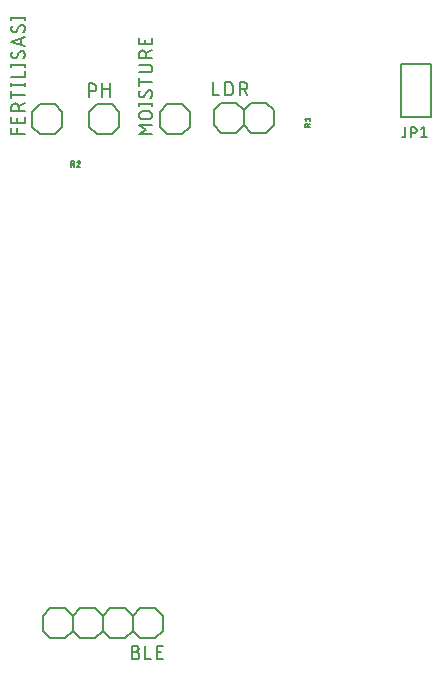
<source format=gbr>
G04 EAGLE Gerber X2 export*
%TF.Part,Single*%
%TF.FileFunction,Legend,Top,1*%
%TF.FilePolarity,Positive*%
%TF.GenerationSoftware,Autodesk,EAGLE,8.7.1*%
%TF.CreationDate,2018-05-26T03:40:12Z*%
G75*
%MOMM*%
%FSLAX34Y34*%
%LPD*%
%AMOC8*
5,1,8,0,0,1.08239X$1,22.5*%
G01*
%ADD10C,0.152400*%
%ADD11C,0.127000*%
%ADD12C,0.203200*%


D10*
X129540Y69850D02*
X116840Y69850D01*
X110490Y76200D01*
X110490Y88900D01*
X116840Y95250D01*
X135890Y88900D02*
X135890Y76200D01*
X129540Y69850D01*
X135890Y88900D02*
X129540Y95250D01*
X116840Y95250D01*
X110490Y76200D02*
X104140Y69850D01*
X91440Y69850D01*
X85090Y76200D01*
X85090Y88900D01*
X91440Y95250D01*
X104140Y95250D01*
X110490Y88900D01*
X78740Y69850D02*
X66040Y69850D01*
X78740Y69850D02*
X85090Y76200D01*
X66040Y95250D02*
X59690Y88900D01*
X59690Y76200D02*
X66040Y69850D01*
X59690Y76200D02*
X59690Y88900D01*
X78740Y95250D02*
X85090Y88900D01*
X78740Y95250D02*
X66040Y95250D01*
X40640Y95250D02*
X34290Y88900D01*
X53340Y95250D02*
X59690Y88900D01*
X53340Y95250D02*
X40640Y95250D01*
X34290Y88900D02*
X34290Y76200D01*
X40640Y69850D01*
X53340Y69850D01*
X59690Y76200D01*
D11*
X109766Y58547D02*
X112941Y58547D01*
X113052Y58545D01*
X113162Y58539D01*
X113273Y58530D01*
X113383Y58516D01*
X113492Y58499D01*
X113601Y58478D01*
X113709Y58453D01*
X113816Y58424D01*
X113922Y58392D01*
X114027Y58356D01*
X114130Y58316D01*
X114232Y58273D01*
X114333Y58226D01*
X114432Y58175D01*
X114529Y58122D01*
X114623Y58065D01*
X114716Y58004D01*
X114807Y57941D01*
X114896Y57874D01*
X114982Y57804D01*
X115065Y57731D01*
X115147Y57656D01*
X115225Y57578D01*
X115300Y57496D01*
X115373Y57413D01*
X115443Y57327D01*
X115510Y57238D01*
X115573Y57147D01*
X115634Y57054D01*
X115691Y56959D01*
X115744Y56863D01*
X115795Y56764D01*
X115842Y56663D01*
X115885Y56561D01*
X115925Y56458D01*
X115961Y56353D01*
X115993Y56247D01*
X116022Y56140D01*
X116047Y56032D01*
X116068Y55923D01*
X116085Y55814D01*
X116099Y55704D01*
X116108Y55593D01*
X116114Y55483D01*
X116116Y55372D01*
X116114Y55261D01*
X116108Y55151D01*
X116099Y55040D01*
X116085Y54930D01*
X116068Y54821D01*
X116047Y54712D01*
X116022Y54604D01*
X115993Y54497D01*
X115961Y54391D01*
X115925Y54286D01*
X115885Y54183D01*
X115842Y54081D01*
X115795Y53980D01*
X115744Y53881D01*
X115691Y53784D01*
X115634Y53690D01*
X115573Y53597D01*
X115510Y53506D01*
X115443Y53417D01*
X115373Y53331D01*
X115300Y53248D01*
X115225Y53166D01*
X115147Y53088D01*
X115065Y53013D01*
X114982Y52940D01*
X114896Y52870D01*
X114807Y52803D01*
X114716Y52740D01*
X114623Y52679D01*
X114528Y52622D01*
X114432Y52569D01*
X114333Y52518D01*
X114232Y52471D01*
X114130Y52428D01*
X114027Y52388D01*
X113922Y52352D01*
X113816Y52320D01*
X113709Y52291D01*
X113601Y52266D01*
X113492Y52245D01*
X113383Y52228D01*
X113273Y52214D01*
X113162Y52205D01*
X113052Y52199D01*
X112941Y52197D01*
X109766Y52197D01*
X109766Y63627D01*
X112941Y63627D01*
X113041Y63625D01*
X113140Y63619D01*
X113240Y63609D01*
X113338Y63596D01*
X113437Y63578D01*
X113534Y63557D01*
X113630Y63532D01*
X113726Y63503D01*
X113820Y63470D01*
X113913Y63434D01*
X114004Y63394D01*
X114094Y63350D01*
X114182Y63303D01*
X114268Y63253D01*
X114352Y63199D01*
X114434Y63142D01*
X114513Y63082D01*
X114591Y63018D01*
X114665Y62952D01*
X114737Y62883D01*
X114806Y62811D01*
X114872Y62737D01*
X114936Y62659D01*
X114996Y62580D01*
X115053Y62498D01*
X115107Y62414D01*
X115157Y62328D01*
X115204Y62240D01*
X115248Y62150D01*
X115288Y62059D01*
X115324Y61966D01*
X115357Y61872D01*
X115386Y61776D01*
X115411Y61680D01*
X115432Y61583D01*
X115450Y61484D01*
X115463Y61386D01*
X115473Y61286D01*
X115479Y61187D01*
X115481Y61087D01*
X115479Y60987D01*
X115473Y60888D01*
X115463Y60788D01*
X115450Y60690D01*
X115432Y60591D01*
X115411Y60494D01*
X115386Y60398D01*
X115357Y60302D01*
X115324Y60208D01*
X115288Y60115D01*
X115248Y60024D01*
X115204Y59934D01*
X115157Y59846D01*
X115107Y59760D01*
X115053Y59676D01*
X114996Y59594D01*
X114936Y59515D01*
X114872Y59437D01*
X114806Y59363D01*
X114737Y59291D01*
X114665Y59222D01*
X114591Y59156D01*
X114513Y59092D01*
X114434Y59032D01*
X114352Y58975D01*
X114268Y58921D01*
X114182Y58871D01*
X114094Y58824D01*
X114004Y58780D01*
X113913Y58740D01*
X113820Y58704D01*
X113726Y58671D01*
X113630Y58642D01*
X113534Y58617D01*
X113437Y58596D01*
X113338Y58578D01*
X113240Y58565D01*
X113140Y58555D01*
X113041Y58549D01*
X112941Y58547D01*
X121031Y63627D02*
X121031Y52197D01*
X126111Y52197D01*
X130937Y52197D02*
X136017Y52197D01*
X130937Y52197D02*
X130937Y63627D01*
X136017Y63627D01*
X134747Y58547D02*
X130937Y58547D01*
D10*
X25400Y502920D02*
X25400Y515620D01*
X31750Y521970D01*
X44450Y521970D01*
X50800Y515620D01*
X44450Y496570D02*
X31750Y496570D01*
X25400Y502920D01*
X44450Y496570D02*
X50800Y502920D01*
X50800Y515620D01*
D11*
X19177Y496443D02*
X7747Y496443D01*
X7747Y501523D01*
X12827Y501523D02*
X12827Y496443D01*
X19177Y506349D02*
X19177Y511429D01*
X19177Y506349D02*
X7747Y506349D01*
X7747Y511429D01*
X12827Y510159D02*
X12827Y506349D01*
X7747Y516312D02*
X19177Y516312D01*
X7747Y516312D02*
X7747Y519487D01*
X7749Y519598D01*
X7755Y519708D01*
X7764Y519819D01*
X7778Y519929D01*
X7795Y520038D01*
X7816Y520147D01*
X7841Y520255D01*
X7870Y520362D01*
X7902Y520468D01*
X7938Y520573D01*
X7978Y520676D01*
X8021Y520778D01*
X8068Y520879D01*
X8119Y520978D01*
X8172Y521075D01*
X8229Y521169D01*
X8290Y521262D01*
X8353Y521353D01*
X8420Y521442D01*
X8490Y521528D01*
X8563Y521611D01*
X8638Y521693D01*
X8716Y521771D01*
X8798Y521846D01*
X8881Y521919D01*
X8967Y521989D01*
X9056Y522056D01*
X9147Y522119D01*
X9240Y522180D01*
X9334Y522237D01*
X9431Y522290D01*
X9530Y522341D01*
X9631Y522388D01*
X9733Y522431D01*
X9836Y522471D01*
X9941Y522507D01*
X10047Y522539D01*
X10154Y522568D01*
X10262Y522593D01*
X10371Y522614D01*
X10480Y522631D01*
X10590Y522645D01*
X10701Y522654D01*
X10811Y522660D01*
X10922Y522662D01*
X11033Y522660D01*
X11143Y522654D01*
X11254Y522645D01*
X11364Y522631D01*
X11473Y522614D01*
X11582Y522593D01*
X11690Y522568D01*
X11797Y522539D01*
X11903Y522507D01*
X12008Y522471D01*
X12111Y522431D01*
X12213Y522388D01*
X12314Y522341D01*
X12413Y522290D01*
X12509Y522237D01*
X12604Y522180D01*
X12697Y522119D01*
X12788Y522056D01*
X12877Y521989D01*
X12963Y521919D01*
X13046Y521846D01*
X13128Y521771D01*
X13206Y521693D01*
X13281Y521611D01*
X13354Y521528D01*
X13424Y521442D01*
X13491Y521353D01*
X13554Y521262D01*
X13615Y521169D01*
X13672Y521075D01*
X13725Y520978D01*
X13776Y520879D01*
X13823Y520778D01*
X13866Y520676D01*
X13906Y520573D01*
X13942Y520468D01*
X13974Y520362D01*
X14003Y520255D01*
X14028Y520147D01*
X14049Y520038D01*
X14066Y519929D01*
X14080Y519819D01*
X14089Y519708D01*
X14095Y519598D01*
X14097Y519487D01*
X14097Y516312D01*
X14097Y520122D02*
X19177Y522662D01*
X19177Y530073D02*
X7747Y530073D01*
X7747Y526898D02*
X7747Y533248D01*
X7747Y538455D02*
X19177Y538455D01*
X19177Y537185D02*
X19177Y539725D01*
X7747Y539725D02*
X7747Y537185D01*
X7747Y544830D02*
X19177Y544830D01*
X19177Y549910D01*
X19177Y555219D02*
X7747Y555219D01*
X19177Y553949D02*
X19177Y556489D01*
X7747Y556489D02*
X7747Y553949D01*
X19177Y564617D02*
X19175Y564717D01*
X19169Y564816D01*
X19159Y564916D01*
X19146Y565014D01*
X19128Y565113D01*
X19107Y565210D01*
X19082Y565306D01*
X19053Y565402D01*
X19020Y565496D01*
X18984Y565589D01*
X18944Y565680D01*
X18900Y565770D01*
X18853Y565858D01*
X18803Y565944D01*
X18749Y566028D01*
X18692Y566110D01*
X18632Y566189D01*
X18568Y566267D01*
X18502Y566341D01*
X18433Y566413D01*
X18361Y566482D01*
X18287Y566548D01*
X18209Y566612D01*
X18130Y566672D01*
X18048Y566729D01*
X17964Y566783D01*
X17878Y566833D01*
X17790Y566880D01*
X17700Y566924D01*
X17609Y566964D01*
X17516Y567000D01*
X17422Y567033D01*
X17326Y567062D01*
X17230Y567087D01*
X17133Y567108D01*
X17034Y567126D01*
X16936Y567139D01*
X16836Y567149D01*
X16737Y567155D01*
X16637Y567157D01*
X19177Y564617D02*
X19175Y564476D01*
X19170Y564335D01*
X19160Y564194D01*
X19147Y564053D01*
X19131Y563913D01*
X19110Y563773D01*
X19086Y563634D01*
X19058Y563495D01*
X19027Y563358D01*
X18992Y563221D01*
X18954Y563085D01*
X18912Y562950D01*
X18866Y562817D01*
X18817Y562684D01*
X18764Y562553D01*
X18708Y562424D01*
X18649Y562295D01*
X18586Y562169D01*
X18520Y562044D01*
X18451Y561921D01*
X18378Y561800D01*
X18302Y561681D01*
X18223Y561563D01*
X18142Y561448D01*
X18057Y561336D01*
X17969Y561225D01*
X17878Y561117D01*
X17785Y561011D01*
X17688Y560908D01*
X17589Y560807D01*
X10287Y561124D02*
X10187Y561126D01*
X10088Y561132D01*
X9988Y561142D01*
X9890Y561155D01*
X9791Y561173D01*
X9694Y561194D01*
X9598Y561219D01*
X9502Y561248D01*
X9408Y561281D01*
X9315Y561317D01*
X9224Y561357D01*
X9134Y561401D01*
X9046Y561448D01*
X8960Y561498D01*
X8876Y561552D01*
X8794Y561609D01*
X8715Y561669D01*
X8637Y561733D01*
X8563Y561799D01*
X8491Y561868D01*
X8422Y561940D01*
X8356Y562014D01*
X8292Y562092D01*
X8232Y562171D01*
X8175Y562253D01*
X8121Y562337D01*
X8071Y562423D01*
X8024Y562511D01*
X7980Y562601D01*
X7940Y562692D01*
X7904Y562785D01*
X7871Y562879D01*
X7842Y562975D01*
X7817Y563071D01*
X7796Y563168D01*
X7778Y563267D01*
X7765Y563365D01*
X7755Y563465D01*
X7749Y563564D01*
X7747Y563664D01*
X7749Y563797D01*
X7754Y563930D01*
X7764Y564063D01*
X7777Y564196D01*
X7794Y564328D01*
X7814Y564460D01*
X7838Y564591D01*
X7866Y564721D01*
X7897Y564851D01*
X7932Y564979D01*
X7971Y565107D01*
X8013Y565233D01*
X8059Y565358D01*
X8108Y565482D01*
X8160Y565605D01*
X8216Y565726D01*
X8276Y565845D01*
X8338Y565963D01*
X8404Y566078D01*
X8473Y566192D01*
X8546Y566304D01*
X8621Y566414D01*
X8700Y566522D01*
X12510Y562394D02*
X12458Y562310D01*
X12403Y562227D01*
X12344Y562147D01*
X12283Y562069D01*
X12219Y561994D01*
X12151Y561921D01*
X12081Y561850D01*
X12009Y561783D01*
X11934Y561718D01*
X11856Y561656D01*
X11776Y561597D01*
X11694Y561541D01*
X11610Y561489D01*
X11524Y561440D01*
X11436Y561394D01*
X11346Y561351D01*
X11255Y561312D01*
X11162Y561277D01*
X11068Y561245D01*
X10973Y561217D01*
X10877Y561192D01*
X10780Y561172D01*
X10682Y561154D01*
X10584Y561141D01*
X10485Y561132D01*
X10386Y561126D01*
X10287Y561124D01*
X14414Y565887D02*
X14466Y565971D01*
X14521Y566054D01*
X14580Y566134D01*
X14641Y566212D01*
X14705Y566287D01*
X14773Y566360D01*
X14843Y566431D01*
X14915Y566498D01*
X14990Y566563D01*
X15068Y566625D01*
X15148Y566684D01*
X15230Y566740D01*
X15314Y566792D01*
X15400Y566841D01*
X15488Y566887D01*
X15578Y566930D01*
X15669Y566969D01*
X15762Y567004D01*
X15856Y567036D01*
X15951Y567064D01*
X16047Y567089D01*
X16144Y567109D01*
X16242Y567127D01*
X16340Y567140D01*
X16439Y567149D01*
X16538Y567155D01*
X16637Y567157D01*
X14415Y565887D02*
X12510Y562394D01*
X19177Y571221D02*
X7747Y575031D01*
X19177Y578841D01*
X16320Y577888D02*
X16320Y572173D01*
X19177Y586715D02*
X19175Y586815D01*
X19169Y586914D01*
X19159Y587014D01*
X19146Y587112D01*
X19128Y587211D01*
X19107Y587308D01*
X19082Y587404D01*
X19053Y587500D01*
X19020Y587594D01*
X18984Y587687D01*
X18944Y587778D01*
X18900Y587868D01*
X18853Y587956D01*
X18803Y588042D01*
X18749Y588126D01*
X18692Y588208D01*
X18632Y588287D01*
X18568Y588365D01*
X18502Y588439D01*
X18433Y588511D01*
X18361Y588580D01*
X18287Y588646D01*
X18209Y588710D01*
X18130Y588770D01*
X18048Y588827D01*
X17964Y588881D01*
X17878Y588931D01*
X17790Y588978D01*
X17700Y589022D01*
X17609Y589062D01*
X17516Y589098D01*
X17422Y589131D01*
X17326Y589160D01*
X17230Y589185D01*
X17133Y589206D01*
X17034Y589224D01*
X16936Y589237D01*
X16836Y589247D01*
X16737Y589253D01*
X16637Y589255D01*
X19177Y586715D02*
X19175Y586574D01*
X19170Y586433D01*
X19160Y586292D01*
X19147Y586151D01*
X19131Y586011D01*
X19110Y585871D01*
X19086Y585732D01*
X19058Y585593D01*
X19027Y585456D01*
X18992Y585319D01*
X18954Y585183D01*
X18912Y585048D01*
X18866Y584915D01*
X18817Y584782D01*
X18764Y584651D01*
X18708Y584522D01*
X18649Y584393D01*
X18586Y584267D01*
X18520Y584142D01*
X18451Y584019D01*
X18378Y583898D01*
X18302Y583779D01*
X18223Y583661D01*
X18142Y583546D01*
X18057Y583434D01*
X17969Y583323D01*
X17878Y583215D01*
X17785Y583109D01*
X17688Y583006D01*
X17589Y582905D01*
X10287Y583222D02*
X10187Y583224D01*
X10088Y583230D01*
X9988Y583240D01*
X9890Y583253D01*
X9791Y583271D01*
X9694Y583292D01*
X9598Y583317D01*
X9502Y583346D01*
X9408Y583379D01*
X9315Y583415D01*
X9224Y583455D01*
X9134Y583499D01*
X9046Y583546D01*
X8960Y583596D01*
X8876Y583650D01*
X8794Y583707D01*
X8715Y583767D01*
X8637Y583831D01*
X8563Y583897D01*
X8491Y583966D01*
X8422Y584038D01*
X8356Y584112D01*
X8292Y584190D01*
X8232Y584269D01*
X8175Y584351D01*
X8121Y584435D01*
X8071Y584521D01*
X8024Y584609D01*
X7980Y584699D01*
X7940Y584790D01*
X7904Y584883D01*
X7871Y584977D01*
X7842Y585073D01*
X7817Y585169D01*
X7796Y585266D01*
X7778Y585365D01*
X7765Y585463D01*
X7755Y585563D01*
X7749Y585662D01*
X7747Y585762D01*
X7749Y585895D01*
X7754Y586028D01*
X7764Y586161D01*
X7777Y586294D01*
X7794Y586426D01*
X7814Y586558D01*
X7838Y586689D01*
X7866Y586819D01*
X7897Y586949D01*
X7932Y587077D01*
X7971Y587205D01*
X8013Y587331D01*
X8059Y587456D01*
X8108Y587580D01*
X8160Y587703D01*
X8216Y587824D01*
X8276Y587943D01*
X8338Y588061D01*
X8404Y588176D01*
X8473Y588290D01*
X8546Y588402D01*
X8621Y588512D01*
X8700Y588620D01*
X12510Y584492D02*
X12458Y584408D01*
X12403Y584325D01*
X12344Y584245D01*
X12283Y584167D01*
X12219Y584092D01*
X12151Y584019D01*
X12081Y583948D01*
X12009Y583881D01*
X11934Y583816D01*
X11856Y583754D01*
X11776Y583695D01*
X11694Y583639D01*
X11610Y583587D01*
X11524Y583538D01*
X11436Y583492D01*
X11346Y583449D01*
X11255Y583410D01*
X11162Y583375D01*
X11068Y583343D01*
X10973Y583315D01*
X10877Y583290D01*
X10780Y583270D01*
X10682Y583252D01*
X10584Y583239D01*
X10485Y583230D01*
X10386Y583224D01*
X10287Y583222D01*
X14414Y587985D02*
X14466Y588069D01*
X14521Y588152D01*
X14580Y588232D01*
X14641Y588310D01*
X14705Y588385D01*
X14773Y588458D01*
X14843Y588529D01*
X14915Y588596D01*
X14990Y588661D01*
X15068Y588723D01*
X15148Y588782D01*
X15230Y588838D01*
X15314Y588890D01*
X15400Y588939D01*
X15488Y588985D01*
X15578Y589028D01*
X15669Y589067D01*
X15762Y589102D01*
X15856Y589134D01*
X15951Y589162D01*
X16047Y589187D01*
X16144Y589207D01*
X16242Y589225D01*
X16340Y589238D01*
X16439Y589247D01*
X16538Y589253D01*
X16637Y589255D01*
X14415Y587985D02*
X12510Y584492D01*
X7747Y594843D02*
X19177Y594843D01*
X19177Y593573D02*
X19177Y596113D01*
X7747Y596113D02*
X7747Y593573D01*
D10*
X185420Y523240D02*
X198120Y523240D01*
X204470Y516890D01*
X204470Y504190D01*
X198120Y497840D01*
X179070Y504190D02*
X179070Y516890D01*
X185420Y523240D01*
X179070Y504190D02*
X185420Y497840D01*
X198120Y497840D01*
X204470Y516890D02*
X210820Y523240D01*
X223520Y523240D01*
X229870Y516890D01*
X229870Y504190D01*
X223520Y497840D01*
X210820Y497840D01*
X204470Y504190D01*
D11*
X178943Y529463D02*
X178943Y540893D01*
X178943Y529463D02*
X184023Y529463D01*
X188824Y529463D02*
X188824Y540893D01*
X191999Y540893D01*
X192110Y540891D01*
X192220Y540885D01*
X192331Y540876D01*
X192441Y540862D01*
X192550Y540845D01*
X192659Y540824D01*
X192767Y540799D01*
X192874Y540770D01*
X192980Y540738D01*
X193085Y540702D01*
X193188Y540662D01*
X193290Y540619D01*
X193391Y540572D01*
X193490Y540521D01*
X193587Y540468D01*
X193681Y540411D01*
X193774Y540350D01*
X193865Y540287D01*
X193954Y540220D01*
X194040Y540150D01*
X194123Y540077D01*
X194205Y540002D01*
X194283Y539924D01*
X194358Y539842D01*
X194431Y539759D01*
X194501Y539673D01*
X194568Y539584D01*
X194631Y539493D01*
X194692Y539400D01*
X194749Y539306D01*
X194802Y539209D01*
X194853Y539110D01*
X194900Y539009D01*
X194943Y538907D01*
X194983Y538804D01*
X195019Y538699D01*
X195051Y538593D01*
X195080Y538486D01*
X195105Y538378D01*
X195126Y538269D01*
X195143Y538160D01*
X195157Y538050D01*
X195166Y537939D01*
X195172Y537829D01*
X195174Y537718D01*
X195174Y532638D01*
X195172Y532527D01*
X195166Y532417D01*
X195157Y532306D01*
X195143Y532196D01*
X195126Y532087D01*
X195105Y531978D01*
X195080Y531870D01*
X195051Y531763D01*
X195019Y531657D01*
X194983Y531552D01*
X194943Y531449D01*
X194900Y531347D01*
X194853Y531246D01*
X194802Y531147D01*
X194749Y531051D01*
X194692Y530956D01*
X194631Y530863D01*
X194568Y530772D01*
X194501Y530683D01*
X194431Y530597D01*
X194358Y530514D01*
X194283Y530432D01*
X194205Y530354D01*
X194123Y530279D01*
X194040Y530206D01*
X193954Y530136D01*
X193865Y530069D01*
X193774Y530006D01*
X193681Y529945D01*
X193586Y529888D01*
X193490Y529835D01*
X193391Y529784D01*
X193290Y529737D01*
X193188Y529694D01*
X193085Y529654D01*
X192980Y529618D01*
X192874Y529586D01*
X192767Y529557D01*
X192659Y529532D01*
X192550Y529511D01*
X192441Y529494D01*
X192331Y529480D01*
X192220Y529471D01*
X192110Y529465D01*
X191999Y529463D01*
X188824Y529463D01*
X201098Y529463D02*
X201098Y540893D01*
X204273Y540893D01*
X204384Y540891D01*
X204494Y540885D01*
X204605Y540876D01*
X204715Y540862D01*
X204824Y540845D01*
X204933Y540824D01*
X205041Y540799D01*
X205148Y540770D01*
X205254Y540738D01*
X205359Y540702D01*
X205462Y540662D01*
X205564Y540619D01*
X205665Y540572D01*
X205764Y540521D01*
X205861Y540468D01*
X205955Y540411D01*
X206048Y540350D01*
X206139Y540287D01*
X206228Y540220D01*
X206314Y540150D01*
X206397Y540077D01*
X206479Y540002D01*
X206557Y539924D01*
X206632Y539842D01*
X206705Y539759D01*
X206775Y539673D01*
X206842Y539584D01*
X206905Y539493D01*
X206966Y539400D01*
X207023Y539305D01*
X207076Y539209D01*
X207127Y539110D01*
X207174Y539009D01*
X207217Y538907D01*
X207257Y538804D01*
X207293Y538699D01*
X207325Y538593D01*
X207354Y538486D01*
X207379Y538378D01*
X207400Y538269D01*
X207417Y538160D01*
X207431Y538050D01*
X207440Y537939D01*
X207446Y537829D01*
X207448Y537718D01*
X207446Y537607D01*
X207440Y537497D01*
X207431Y537386D01*
X207417Y537276D01*
X207400Y537167D01*
X207379Y537058D01*
X207354Y536950D01*
X207325Y536843D01*
X207293Y536737D01*
X207257Y536632D01*
X207217Y536529D01*
X207174Y536427D01*
X207127Y536326D01*
X207076Y536227D01*
X207023Y536131D01*
X206966Y536036D01*
X206905Y535943D01*
X206842Y535852D01*
X206775Y535763D01*
X206705Y535677D01*
X206632Y535594D01*
X206557Y535512D01*
X206479Y535434D01*
X206397Y535359D01*
X206314Y535286D01*
X206228Y535216D01*
X206139Y535149D01*
X206048Y535086D01*
X205955Y535025D01*
X205860Y534968D01*
X205764Y534915D01*
X205665Y534864D01*
X205564Y534817D01*
X205462Y534774D01*
X205359Y534734D01*
X205254Y534698D01*
X205148Y534666D01*
X205041Y534637D01*
X204933Y534612D01*
X204824Y534591D01*
X204715Y534574D01*
X204605Y534560D01*
X204494Y534551D01*
X204384Y534545D01*
X204273Y534543D01*
X201098Y534543D01*
X204908Y534543D02*
X207448Y529463D01*
D10*
X133350Y515620D02*
X133350Y502920D01*
X133350Y515620D02*
X139700Y521970D01*
X152400Y521970D01*
X158750Y515620D01*
X152400Y496570D02*
X139700Y496570D01*
X133350Y502920D01*
X152400Y496570D02*
X158750Y502920D01*
X158750Y515620D01*
D11*
X127127Y496443D02*
X115697Y496443D01*
X122047Y500253D01*
X115697Y504063D01*
X127127Y504063D01*
X123952Y509651D02*
X118872Y509651D01*
X118761Y509653D01*
X118651Y509659D01*
X118540Y509668D01*
X118430Y509682D01*
X118321Y509699D01*
X118212Y509720D01*
X118104Y509745D01*
X117997Y509774D01*
X117891Y509806D01*
X117786Y509842D01*
X117683Y509882D01*
X117581Y509925D01*
X117480Y509972D01*
X117381Y510023D01*
X117285Y510076D01*
X117190Y510133D01*
X117097Y510194D01*
X117006Y510257D01*
X116917Y510324D01*
X116831Y510394D01*
X116748Y510467D01*
X116666Y510542D01*
X116588Y510620D01*
X116513Y510702D01*
X116440Y510785D01*
X116370Y510871D01*
X116303Y510960D01*
X116240Y511051D01*
X116179Y511144D01*
X116122Y511239D01*
X116069Y511335D01*
X116018Y511434D01*
X115971Y511535D01*
X115928Y511637D01*
X115888Y511740D01*
X115852Y511845D01*
X115820Y511951D01*
X115791Y512058D01*
X115766Y512166D01*
X115745Y512275D01*
X115728Y512384D01*
X115714Y512494D01*
X115705Y512605D01*
X115699Y512715D01*
X115697Y512826D01*
X115699Y512937D01*
X115705Y513047D01*
X115714Y513158D01*
X115728Y513268D01*
X115745Y513377D01*
X115766Y513486D01*
X115791Y513594D01*
X115820Y513701D01*
X115852Y513807D01*
X115888Y513912D01*
X115928Y514015D01*
X115971Y514117D01*
X116018Y514218D01*
X116069Y514317D01*
X116122Y514414D01*
X116179Y514508D01*
X116240Y514601D01*
X116303Y514692D01*
X116370Y514781D01*
X116440Y514867D01*
X116513Y514950D01*
X116588Y515032D01*
X116666Y515110D01*
X116748Y515185D01*
X116831Y515258D01*
X116917Y515328D01*
X117006Y515395D01*
X117097Y515458D01*
X117190Y515519D01*
X117285Y515576D01*
X117381Y515629D01*
X117480Y515680D01*
X117581Y515727D01*
X117683Y515770D01*
X117786Y515810D01*
X117891Y515846D01*
X117997Y515878D01*
X118104Y515907D01*
X118212Y515932D01*
X118321Y515953D01*
X118430Y515970D01*
X118540Y515984D01*
X118651Y515993D01*
X118761Y515999D01*
X118872Y516001D01*
X123952Y516001D01*
X124063Y515999D01*
X124173Y515993D01*
X124284Y515984D01*
X124394Y515970D01*
X124503Y515953D01*
X124612Y515932D01*
X124720Y515907D01*
X124827Y515878D01*
X124933Y515846D01*
X125038Y515810D01*
X125141Y515770D01*
X125243Y515727D01*
X125344Y515680D01*
X125443Y515629D01*
X125540Y515576D01*
X125634Y515519D01*
X125727Y515458D01*
X125818Y515395D01*
X125907Y515328D01*
X125993Y515258D01*
X126076Y515185D01*
X126158Y515110D01*
X126236Y515032D01*
X126311Y514950D01*
X126384Y514867D01*
X126454Y514781D01*
X126521Y514692D01*
X126584Y514601D01*
X126645Y514508D01*
X126702Y514413D01*
X126755Y514317D01*
X126806Y514218D01*
X126853Y514117D01*
X126896Y514015D01*
X126936Y513912D01*
X126972Y513807D01*
X127004Y513701D01*
X127033Y513594D01*
X127058Y513486D01*
X127079Y513377D01*
X127096Y513268D01*
X127110Y513158D01*
X127119Y513047D01*
X127125Y512937D01*
X127127Y512826D01*
X127125Y512715D01*
X127119Y512605D01*
X127110Y512494D01*
X127096Y512384D01*
X127079Y512275D01*
X127058Y512166D01*
X127033Y512058D01*
X127004Y511951D01*
X126972Y511845D01*
X126936Y511740D01*
X126896Y511637D01*
X126853Y511535D01*
X126806Y511434D01*
X126755Y511335D01*
X126702Y511238D01*
X126645Y511144D01*
X126584Y511051D01*
X126521Y510960D01*
X126454Y510871D01*
X126384Y510785D01*
X126311Y510702D01*
X126236Y510620D01*
X126158Y510542D01*
X126076Y510467D01*
X125993Y510394D01*
X125907Y510324D01*
X125818Y510257D01*
X125727Y510194D01*
X125634Y510133D01*
X125539Y510076D01*
X125443Y510023D01*
X125344Y509972D01*
X125243Y509925D01*
X125141Y509882D01*
X125038Y509842D01*
X124933Y509806D01*
X124827Y509774D01*
X124720Y509745D01*
X124612Y509720D01*
X124503Y509699D01*
X124394Y509682D01*
X124284Y509668D01*
X124173Y509659D01*
X124063Y509653D01*
X123952Y509651D01*
X127127Y521970D02*
X115697Y521970D01*
X127127Y520700D02*
X127127Y523240D01*
X115697Y523240D02*
X115697Y520700D01*
X127127Y531368D02*
X127125Y531468D01*
X127119Y531567D01*
X127109Y531667D01*
X127096Y531765D01*
X127078Y531864D01*
X127057Y531961D01*
X127032Y532057D01*
X127003Y532153D01*
X126970Y532247D01*
X126934Y532340D01*
X126894Y532431D01*
X126850Y532521D01*
X126803Y532609D01*
X126753Y532695D01*
X126699Y532779D01*
X126642Y532861D01*
X126582Y532940D01*
X126518Y533018D01*
X126452Y533092D01*
X126383Y533164D01*
X126311Y533233D01*
X126237Y533299D01*
X126159Y533363D01*
X126080Y533423D01*
X125998Y533480D01*
X125914Y533534D01*
X125828Y533584D01*
X125740Y533631D01*
X125650Y533675D01*
X125559Y533715D01*
X125466Y533751D01*
X125372Y533784D01*
X125276Y533813D01*
X125180Y533838D01*
X125083Y533859D01*
X124984Y533877D01*
X124886Y533890D01*
X124786Y533900D01*
X124687Y533906D01*
X124587Y533908D01*
X127127Y531368D02*
X127125Y531227D01*
X127120Y531086D01*
X127110Y530945D01*
X127097Y530804D01*
X127081Y530664D01*
X127060Y530524D01*
X127036Y530385D01*
X127008Y530246D01*
X126977Y530109D01*
X126942Y529972D01*
X126904Y529836D01*
X126862Y529701D01*
X126816Y529568D01*
X126767Y529435D01*
X126714Y529304D01*
X126658Y529175D01*
X126599Y529046D01*
X126536Y528920D01*
X126470Y528795D01*
X126401Y528672D01*
X126328Y528551D01*
X126252Y528432D01*
X126173Y528314D01*
X126092Y528199D01*
X126007Y528087D01*
X125919Y527976D01*
X125828Y527868D01*
X125735Y527762D01*
X125638Y527659D01*
X125539Y527558D01*
X118237Y527876D02*
X118137Y527878D01*
X118038Y527884D01*
X117938Y527894D01*
X117840Y527907D01*
X117741Y527925D01*
X117644Y527946D01*
X117548Y527971D01*
X117452Y528000D01*
X117358Y528033D01*
X117265Y528069D01*
X117174Y528109D01*
X117084Y528153D01*
X116996Y528200D01*
X116910Y528250D01*
X116826Y528304D01*
X116744Y528361D01*
X116665Y528421D01*
X116587Y528485D01*
X116513Y528551D01*
X116441Y528620D01*
X116372Y528692D01*
X116306Y528766D01*
X116242Y528844D01*
X116182Y528923D01*
X116125Y529005D01*
X116071Y529089D01*
X116021Y529175D01*
X115974Y529263D01*
X115930Y529353D01*
X115890Y529444D01*
X115854Y529537D01*
X115821Y529631D01*
X115792Y529727D01*
X115767Y529823D01*
X115746Y529920D01*
X115728Y530019D01*
X115715Y530117D01*
X115705Y530217D01*
X115699Y530316D01*
X115697Y530416D01*
X115699Y530549D01*
X115704Y530682D01*
X115714Y530815D01*
X115727Y530948D01*
X115744Y531080D01*
X115764Y531212D01*
X115788Y531343D01*
X115816Y531473D01*
X115847Y531603D01*
X115882Y531731D01*
X115921Y531859D01*
X115963Y531985D01*
X116009Y532110D01*
X116058Y532234D01*
X116110Y532357D01*
X116166Y532478D01*
X116226Y532597D01*
X116288Y532715D01*
X116354Y532830D01*
X116423Y532944D01*
X116496Y533056D01*
X116571Y533166D01*
X116650Y533274D01*
X120460Y529145D02*
X120408Y529061D01*
X120353Y528978D01*
X120294Y528898D01*
X120233Y528820D01*
X120169Y528745D01*
X120101Y528672D01*
X120031Y528601D01*
X119959Y528534D01*
X119884Y528469D01*
X119806Y528407D01*
X119726Y528348D01*
X119644Y528292D01*
X119560Y528240D01*
X119474Y528191D01*
X119386Y528145D01*
X119296Y528102D01*
X119205Y528063D01*
X119112Y528028D01*
X119018Y527996D01*
X118923Y527968D01*
X118827Y527943D01*
X118730Y527923D01*
X118632Y527905D01*
X118534Y527892D01*
X118435Y527883D01*
X118336Y527877D01*
X118237Y527875D01*
X122364Y532638D02*
X122416Y532722D01*
X122471Y532805D01*
X122530Y532885D01*
X122591Y532963D01*
X122655Y533038D01*
X122723Y533111D01*
X122793Y533182D01*
X122865Y533249D01*
X122940Y533314D01*
X123018Y533376D01*
X123098Y533435D01*
X123180Y533491D01*
X123264Y533543D01*
X123350Y533592D01*
X123438Y533638D01*
X123528Y533681D01*
X123619Y533720D01*
X123712Y533755D01*
X123806Y533787D01*
X123901Y533815D01*
X123997Y533840D01*
X124094Y533860D01*
X124192Y533878D01*
X124290Y533891D01*
X124389Y533900D01*
X124488Y533906D01*
X124587Y533908D01*
X122365Y532638D02*
X120460Y529146D01*
X115697Y541020D02*
X127127Y541020D01*
X115697Y537845D02*
X115697Y544195D01*
X115697Y548894D02*
X123952Y548894D01*
X124063Y548896D01*
X124173Y548902D01*
X124284Y548911D01*
X124394Y548925D01*
X124503Y548942D01*
X124612Y548963D01*
X124720Y548988D01*
X124827Y549017D01*
X124933Y549049D01*
X125038Y549085D01*
X125141Y549125D01*
X125243Y549168D01*
X125344Y549215D01*
X125443Y549266D01*
X125539Y549319D01*
X125634Y549376D01*
X125727Y549437D01*
X125818Y549500D01*
X125907Y549567D01*
X125993Y549637D01*
X126076Y549710D01*
X126158Y549785D01*
X126236Y549863D01*
X126311Y549945D01*
X126384Y550028D01*
X126454Y550114D01*
X126521Y550203D01*
X126584Y550294D01*
X126645Y550387D01*
X126702Y550482D01*
X126755Y550578D01*
X126806Y550677D01*
X126853Y550778D01*
X126896Y550880D01*
X126936Y550983D01*
X126972Y551088D01*
X127004Y551194D01*
X127033Y551301D01*
X127058Y551409D01*
X127079Y551518D01*
X127096Y551627D01*
X127110Y551737D01*
X127119Y551848D01*
X127125Y551958D01*
X127127Y552069D01*
X127125Y552180D01*
X127119Y552290D01*
X127110Y552401D01*
X127096Y552511D01*
X127079Y552620D01*
X127058Y552729D01*
X127033Y552837D01*
X127004Y552944D01*
X126972Y553050D01*
X126936Y553155D01*
X126896Y553258D01*
X126853Y553360D01*
X126806Y553461D01*
X126755Y553560D01*
X126702Y553656D01*
X126645Y553751D01*
X126584Y553844D01*
X126521Y553935D01*
X126454Y554024D01*
X126384Y554110D01*
X126311Y554193D01*
X126236Y554275D01*
X126158Y554353D01*
X126076Y554428D01*
X125993Y554501D01*
X125907Y554571D01*
X125818Y554638D01*
X125727Y554701D01*
X125634Y554762D01*
X125540Y554819D01*
X125443Y554872D01*
X125344Y554923D01*
X125243Y554970D01*
X125141Y555013D01*
X125038Y555053D01*
X124933Y555089D01*
X124827Y555121D01*
X124720Y555150D01*
X124612Y555175D01*
X124503Y555196D01*
X124394Y555213D01*
X124284Y555227D01*
X124173Y555236D01*
X124063Y555242D01*
X123952Y555244D01*
X115697Y555244D01*
X115697Y561169D02*
X127127Y561169D01*
X115697Y561169D02*
X115697Y564344D01*
X115699Y564455D01*
X115705Y564565D01*
X115714Y564676D01*
X115728Y564786D01*
X115745Y564895D01*
X115766Y565004D01*
X115791Y565112D01*
X115820Y565219D01*
X115852Y565325D01*
X115888Y565430D01*
X115928Y565533D01*
X115971Y565635D01*
X116018Y565736D01*
X116069Y565835D01*
X116122Y565932D01*
X116179Y566026D01*
X116240Y566119D01*
X116303Y566210D01*
X116370Y566299D01*
X116440Y566385D01*
X116513Y566468D01*
X116588Y566550D01*
X116666Y566628D01*
X116748Y566703D01*
X116831Y566776D01*
X116917Y566846D01*
X117006Y566913D01*
X117097Y566976D01*
X117190Y567037D01*
X117285Y567094D01*
X117381Y567147D01*
X117480Y567198D01*
X117581Y567245D01*
X117683Y567288D01*
X117786Y567328D01*
X117891Y567364D01*
X117997Y567396D01*
X118104Y567425D01*
X118212Y567450D01*
X118321Y567471D01*
X118430Y567488D01*
X118540Y567502D01*
X118651Y567511D01*
X118761Y567517D01*
X118872Y567519D01*
X118983Y567517D01*
X119093Y567511D01*
X119204Y567502D01*
X119314Y567488D01*
X119423Y567471D01*
X119532Y567450D01*
X119640Y567425D01*
X119747Y567396D01*
X119853Y567364D01*
X119958Y567328D01*
X120061Y567288D01*
X120163Y567245D01*
X120264Y567198D01*
X120363Y567147D01*
X120460Y567094D01*
X120554Y567037D01*
X120647Y566976D01*
X120738Y566913D01*
X120827Y566846D01*
X120913Y566776D01*
X120996Y566703D01*
X121078Y566628D01*
X121156Y566550D01*
X121231Y566468D01*
X121304Y566385D01*
X121374Y566299D01*
X121441Y566210D01*
X121504Y566119D01*
X121565Y566026D01*
X121622Y565932D01*
X121675Y565835D01*
X121726Y565736D01*
X121773Y565635D01*
X121816Y565533D01*
X121856Y565430D01*
X121892Y565325D01*
X121924Y565219D01*
X121953Y565112D01*
X121978Y565004D01*
X121999Y564895D01*
X122016Y564786D01*
X122030Y564676D01*
X122039Y564565D01*
X122045Y564455D01*
X122047Y564344D01*
X122047Y561169D01*
X122047Y564979D02*
X127127Y567519D01*
X127127Y572922D02*
X127127Y578002D01*
X127127Y572922D02*
X115697Y572922D01*
X115697Y578002D01*
X120777Y576732D02*
X120777Y572922D01*
D10*
X92710Y521970D02*
X80010Y521970D01*
X92710Y521970D02*
X99060Y515620D01*
X99060Y502920D01*
X92710Y496570D01*
X73660Y502920D02*
X73660Y515620D01*
X80010Y521970D01*
X73660Y502920D02*
X80010Y496570D01*
X92710Y496570D01*
D11*
X73533Y528193D02*
X73533Y539623D01*
X76708Y539623D01*
X76819Y539621D01*
X76929Y539615D01*
X77040Y539606D01*
X77150Y539592D01*
X77259Y539575D01*
X77368Y539554D01*
X77476Y539529D01*
X77583Y539500D01*
X77689Y539468D01*
X77794Y539432D01*
X77897Y539392D01*
X77999Y539349D01*
X78100Y539302D01*
X78199Y539251D01*
X78296Y539198D01*
X78390Y539141D01*
X78483Y539080D01*
X78574Y539017D01*
X78663Y538950D01*
X78749Y538880D01*
X78832Y538807D01*
X78914Y538732D01*
X78992Y538654D01*
X79067Y538572D01*
X79140Y538489D01*
X79210Y538403D01*
X79277Y538314D01*
X79340Y538223D01*
X79401Y538130D01*
X79458Y538035D01*
X79511Y537939D01*
X79562Y537840D01*
X79609Y537739D01*
X79652Y537637D01*
X79692Y537534D01*
X79728Y537429D01*
X79760Y537323D01*
X79789Y537216D01*
X79814Y537108D01*
X79835Y536999D01*
X79852Y536890D01*
X79866Y536780D01*
X79875Y536669D01*
X79881Y536559D01*
X79883Y536448D01*
X79881Y536337D01*
X79875Y536227D01*
X79866Y536116D01*
X79852Y536006D01*
X79835Y535897D01*
X79814Y535788D01*
X79789Y535680D01*
X79760Y535573D01*
X79728Y535467D01*
X79692Y535362D01*
X79652Y535259D01*
X79609Y535157D01*
X79562Y535056D01*
X79511Y534957D01*
X79458Y534861D01*
X79401Y534766D01*
X79340Y534673D01*
X79277Y534582D01*
X79210Y534493D01*
X79140Y534407D01*
X79067Y534324D01*
X78992Y534242D01*
X78914Y534164D01*
X78832Y534089D01*
X78749Y534016D01*
X78663Y533946D01*
X78574Y533879D01*
X78483Y533816D01*
X78390Y533755D01*
X78295Y533698D01*
X78199Y533645D01*
X78100Y533594D01*
X77999Y533547D01*
X77897Y533504D01*
X77794Y533464D01*
X77689Y533428D01*
X77583Y533396D01*
X77476Y533367D01*
X77368Y533342D01*
X77259Y533321D01*
X77150Y533304D01*
X77040Y533290D01*
X76929Y533281D01*
X76819Y533275D01*
X76708Y533273D01*
X73533Y533273D01*
X84773Y528193D02*
X84773Y539623D01*
X84773Y534543D02*
X91123Y534543D01*
X91123Y539623D02*
X91123Y528193D01*
X256159Y502678D02*
X260985Y502678D01*
X256159Y502678D02*
X256159Y504019D01*
X256161Y504090D01*
X256167Y504162D01*
X256176Y504232D01*
X256189Y504302D01*
X256206Y504372D01*
X256227Y504440D01*
X256251Y504507D01*
X256279Y504573D01*
X256310Y504637D01*
X256345Y504700D01*
X256383Y504760D01*
X256424Y504819D01*
X256468Y504875D01*
X256515Y504929D01*
X256564Y504980D01*
X256617Y505028D01*
X256672Y505074D01*
X256729Y505116D01*
X256789Y505156D01*
X256850Y505192D01*
X256914Y505225D01*
X256979Y505254D01*
X257045Y505280D01*
X257113Y505303D01*
X257182Y505322D01*
X257252Y505337D01*
X257322Y505348D01*
X257393Y505356D01*
X257464Y505360D01*
X257536Y505360D01*
X257607Y505356D01*
X257678Y505348D01*
X257748Y505337D01*
X257818Y505322D01*
X257887Y505303D01*
X257955Y505280D01*
X258021Y505254D01*
X258086Y505225D01*
X258150Y505192D01*
X258211Y505156D01*
X258271Y505116D01*
X258328Y505074D01*
X258383Y505028D01*
X258436Y504980D01*
X258485Y504929D01*
X258532Y504875D01*
X258576Y504819D01*
X258617Y504760D01*
X258655Y504700D01*
X258690Y504637D01*
X258721Y504573D01*
X258749Y504507D01*
X258773Y504440D01*
X258794Y504372D01*
X258811Y504302D01*
X258824Y504232D01*
X258833Y504162D01*
X258839Y504090D01*
X258841Y504019D01*
X258840Y504019D02*
X258840Y502678D01*
X258840Y504287D02*
X260985Y505359D01*
X257231Y508101D02*
X256159Y509441D01*
X260985Y509441D01*
X260985Y508101D02*
X260985Y510782D01*
X58178Y474091D02*
X58178Y469265D01*
X58178Y474091D02*
X59519Y474091D01*
X59590Y474089D01*
X59662Y474083D01*
X59732Y474074D01*
X59802Y474061D01*
X59872Y474044D01*
X59940Y474023D01*
X60007Y473999D01*
X60073Y473971D01*
X60137Y473940D01*
X60200Y473905D01*
X60260Y473867D01*
X60319Y473826D01*
X60375Y473782D01*
X60429Y473735D01*
X60480Y473686D01*
X60528Y473633D01*
X60574Y473578D01*
X60616Y473521D01*
X60656Y473461D01*
X60692Y473400D01*
X60725Y473336D01*
X60754Y473271D01*
X60780Y473205D01*
X60803Y473137D01*
X60822Y473068D01*
X60837Y472998D01*
X60848Y472928D01*
X60856Y472857D01*
X60860Y472786D01*
X60860Y472714D01*
X60856Y472643D01*
X60848Y472572D01*
X60837Y472502D01*
X60822Y472432D01*
X60803Y472363D01*
X60780Y472295D01*
X60754Y472229D01*
X60725Y472164D01*
X60692Y472100D01*
X60656Y472039D01*
X60616Y471979D01*
X60574Y471922D01*
X60528Y471867D01*
X60480Y471814D01*
X60429Y471765D01*
X60375Y471718D01*
X60319Y471674D01*
X60260Y471633D01*
X60200Y471595D01*
X60137Y471560D01*
X60073Y471529D01*
X60007Y471501D01*
X59940Y471477D01*
X59872Y471456D01*
X59802Y471439D01*
X59732Y471426D01*
X59662Y471417D01*
X59590Y471411D01*
X59519Y471409D01*
X59519Y471410D02*
X58178Y471410D01*
X59787Y471410D02*
X60859Y469265D01*
X65075Y474091D02*
X65143Y474089D01*
X65210Y474083D01*
X65277Y474074D01*
X65344Y474061D01*
X65409Y474044D01*
X65474Y474023D01*
X65537Y473999D01*
X65599Y473971D01*
X65659Y473940D01*
X65717Y473906D01*
X65773Y473868D01*
X65828Y473828D01*
X65879Y473784D01*
X65928Y473737D01*
X65975Y473688D01*
X66019Y473637D01*
X66059Y473582D01*
X66097Y473526D01*
X66131Y473468D01*
X66162Y473408D01*
X66190Y473346D01*
X66214Y473283D01*
X66235Y473218D01*
X66252Y473153D01*
X66265Y473086D01*
X66274Y473019D01*
X66280Y472952D01*
X66282Y472884D01*
X65075Y474091D02*
X64997Y474089D01*
X64919Y474083D01*
X64842Y474073D01*
X64765Y474060D01*
X64689Y474042D01*
X64614Y474021D01*
X64540Y473996D01*
X64468Y473967D01*
X64397Y473935D01*
X64328Y473899D01*
X64260Y473860D01*
X64195Y473817D01*
X64132Y473771D01*
X64071Y473722D01*
X64013Y473670D01*
X63958Y473615D01*
X63905Y473558D01*
X63856Y473498D01*
X63809Y473435D01*
X63766Y473371D01*
X63726Y473304D01*
X63689Y473235D01*
X63656Y473164D01*
X63626Y473092D01*
X63600Y473019D01*
X65880Y471946D02*
X65929Y471995D01*
X65976Y472047D01*
X66019Y472102D01*
X66060Y472159D01*
X66098Y472218D01*
X66132Y472279D01*
X66163Y472342D01*
X66191Y472406D01*
X66215Y472472D01*
X66235Y472538D01*
X66252Y472606D01*
X66265Y472675D01*
X66274Y472744D01*
X66280Y472814D01*
X66282Y472884D01*
X65880Y471946D02*
X63601Y469265D01*
X66282Y469265D01*
D12*
X338020Y555900D02*
X363020Y555900D01*
X363020Y510900D01*
X338020Y510900D01*
X338020Y555900D01*
D10*
X341219Y502638D02*
X341219Y495921D01*
X341217Y495835D01*
X341211Y495749D01*
X341202Y495663D01*
X341188Y495578D01*
X341171Y495494D01*
X341150Y495410D01*
X341125Y495328D01*
X341097Y495247D01*
X341065Y495167D01*
X341029Y495088D01*
X340990Y495012D01*
X340947Y494937D01*
X340902Y494864D01*
X340852Y494793D01*
X340800Y494725D01*
X340745Y494658D01*
X340687Y494595D01*
X340626Y494534D01*
X340563Y494476D01*
X340496Y494421D01*
X340428Y494368D01*
X340357Y494319D01*
X340284Y494274D01*
X340209Y494231D01*
X340133Y494192D01*
X340054Y494156D01*
X339974Y494124D01*
X339893Y494096D01*
X339810Y494071D01*
X339727Y494050D01*
X339643Y494033D01*
X339558Y494019D01*
X339472Y494010D01*
X339386Y494004D01*
X339300Y494002D01*
X338340Y494002D01*
X346316Y494002D02*
X346316Y502638D01*
X348715Y502638D01*
X348812Y502636D01*
X348908Y502630D01*
X349004Y502621D01*
X349100Y502607D01*
X349195Y502590D01*
X349289Y502568D01*
X349382Y502543D01*
X349475Y502515D01*
X349566Y502482D01*
X349655Y502446D01*
X349743Y502406D01*
X349830Y502363D01*
X349915Y502317D01*
X349997Y502267D01*
X350078Y502213D01*
X350156Y502157D01*
X350232Y502097D01*
X350306Y502035D01*
X350377Y501969D01*
X350445Y501901D01*
X350511Y501830D01*
X350573Y501756D01*
X350633Y501680D01*
X350689Y501602D01*
X350743Y501521D01*
X350793Y501439D01*
X350839Y501354D01*
X350882Y501267D01*
X350922Y501179D01*
X350958Y501090D01*
X350991Y500999D01*
X351019Y500906D01*
X351044Y500813D01*
X351066Y500719D01*
X351083Y500624D01*
X351097Y500528D01*
X351106Y500432D01*
X351112Y500336D01*
X351114Y500239D01*
X351112Y500142D01*
X351106Y500046D01*
X351097Y499950D01*
X351083Y499854D01*
X351066Y499759D01*
X351044Y499665D01*
X351019Y499572D01*
X350991Y499479D01*
X350958Y499388D01*
X350922Y499299D01*
X350882Y499211D01*
X350839Y499124D01*
X350793Y499040D01*
X350743Y498957D01*
X350689Y498876D01*
X350633Y498798D01*
X350573Y498722D01*
X350511Y498648D01*
X350445Y498577D01*
X350377Y498509D01*
X350306Y498443D01*
X350232Y498381D01*
X350156Y498321D01*
X350078Y498265D01*
X349997Y498211D01*
X349915Y498161D01*
X349830Y498115D01*
X349743Y498072D01*
X349655Y498032D01*
X349566Y497996D01*
X349475Y497963D01*
X349382Y497935D01*
X349289Y497910D01*
X349195Y497888D01*
X349100Y497871D01*
X349004Y497857D01*
X348908Y497848D01*
X348812Y497842D01*
X348715Y497840D01*
X346316Y497840D01*
X354960Y500719D02*
X357359Y502638D01*
X357359Y494002D01*
X354960Y494002D02*
X359758Y494002D01*
M02*

</source>
